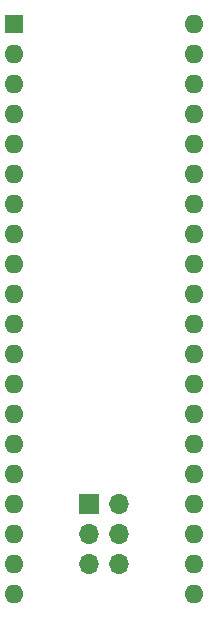
<source format=gbr>
%TF.GenerationSoftware,KiCad,Pcbnew,6.0.2-378541a8eb~116~ubuntu21.10.1*%
%TF.CreationDate,2022-02-13T12:51:08+01:00*%
%TF.ProjectId,QL_IC24,514c5f49-4332-4342-9e6b-696361645f70,00*%
%TF.SameCoordinates,Original*%
%TF.FileFunction,Soldermask,Bot*%
%TF.FilePolarity,Negative*%
%FSLAX46Y46*%
G04 Gerber Fmt 4.6, Leading zero omitted, Abs format (unit mm)*
G04 Created by KiCad (PCBNEW 6.0.2-378541a8eb~116~ubuntu21.10.1) date 2022-02-13 12:51:08*
%MOMM*%
%LPD*%
G01*
G04 APERTURE LIST*
%ADD10R,1.700000X1.700000*%
%ADD11O,1.700000X1.700000*%
%ADD12R,1.600000X1.600000*%
%ADD13O,1.600000X1.600000*%
G04 APERTURE END LIST*
D10*
%TO.C,J2*%
X120650000Y-109220000D03*
D11*
X123190000Y-109220000D03*
X120650000Y-111760000D03*
X123190000Y-111760000D03*
X120650000Y-114300000D03*
X123190000Y-114300000D03*
%TD*%
D12*
%TO.C,J1*%
X114300000Y-68580000D03*
D13*
X114300000Y-71120000D03*
X114300000Y-73660000D03*
X114300000Y-76200000D03*
X114300000Y-78740000D03*
X114300000Y-81280000D03*
X114300000Y-83820000D03*
X114300000Y-86360000D03*
X114300000Y-88900000D03*
X114300000Y-91440000D03*
X114300000Y-93980000D03*
X114300000Y-96520000D03*
X114300000Y-99060000D03*
X114300000Y-101600000D03*
X114300000Y-104140000D03*
X114300000Y-106680000D03*
X114300000Y-109220000D03*
X114300000Y-111760000D03*
X114300000Y-114300000D03*
X114300000Y-116840000D03*
X129540000Y-116840000D03*
X129540000Y-114300000D03*
X129540000Y-111760000D03*
X129540000Y-109220000D03*
X129540000Y-106680000D03*
X129540000Y-104140000D03*
X129540000Y-101600000D03*
X129540000Y-99060000D03*
X129540000Y-96520000D03*
X129540000Y-93980000D03*
X129540000Y-91440000D03*
X129540000Y-88900000D03*
X129540000Y-86360000D03*
X129540000Y-83820000D03*
X129540000Y-81280000D03*
X129540000Y-78740000D03*
X129540000Y-76200000D03*
X129540000Y-73660000D03*
X129540000Y-71120000D03*
X129540000Y-68580000D03*
%TD*%
M02*

</source>
